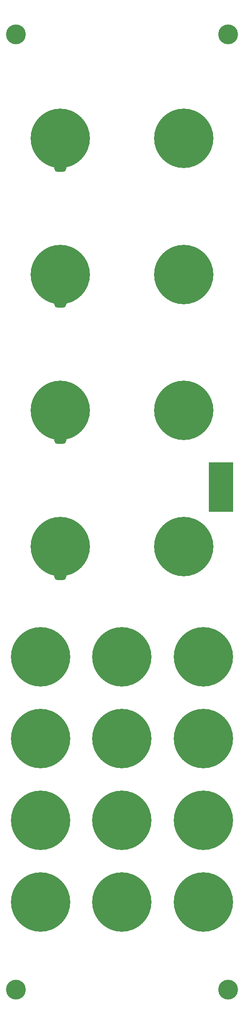
<source format=gbs>
%TF.GenerationSoftware,KiCad,Pcbnew,9.0.4*%
%TF.CreationDate,2025-10-04T20:18:46+02:00*%
%TF.ProjectId,DMH_VCA_Bank_PANEL,444d485f-5643-4415-9f42-616e6b5f5041,rev?*%
%TF.SameCoordinates,Original*%
%TF.FileFunction,Soldermask,Bot*%
%TF.FilePolarity,Negative*%
%FSLAX46Y46*%
G04 Gerber Fmt 4.6, Leading zero omitted, Abs format (unit mm)*
G04 Created by KiCad (PCBNEW 9.0.4) date 2025-10-04 20:18:46*
%MOMM*%
%LPD*%
G01*
G04 APERTURE LIST*
%ADD10C,0.500000*%
%ADD11C,12.000000*%
%ADD12C,4.000000*%
%ADD13O,2.500000X1.500000*%
%ADD14R,5.000000X10.000000*%
G04 APERTURE END LIST*
D10*
%TO.C,H14*%
X52800000Y-192250000D03*
X54460000Y-188220000D03*
X54470000Y-196290000D03*
X58500000Y-186550000D03*
D11*
X58500000Y-192250000D03*
D10*
X58500000Y-197950000D03*
X62530000Y-196290000D03*
X62540000Y-188220000D03*
X64200000Y-192250000D03*
%TD*%
D12*
%TO.C,H3*%
X53500000Y-226500000D03*
%TD*%
D10*
%TO.C,H23*%
X85800000Y-192250000D03*
X87460000Y-188220000D03*
X87470000Y-196290000D03*
X91500000Y-186550000D03*
D11*
X91500000Y-192250000D03*
D10*
X91500000Y-197950000D03*
X95530000Y-196290000D03*
X95540000Y-188220000D03*
X97200000Y-192250000D03*
%TD*%
%TO.C,H22*%
X69300000Y-208750000D03*
X70960000Y-204720000D03*
X70970000Y-212790000D03*
X75000000Y-203050000D03*
D11*
X75000000Y-208750000D03*
D10*
X75000000Y-214450000D03*
X79030000Y-212790000D03*
X79040000Y-204720000D03*
X80700000Y-208750000D03*
%TD*%
D11*
%TO.C,H5*%
X62500000Y-54500000D03*
D13*
X62500000Y-60500000D03*
%TD*%
D10*
%TO.C,H18*%
X69300000Y-192250000D03*
X70960000Y-188220000D03*
X70970000Y-196290000D03*
X75000000Y-186550000D03*
D11*
X75000000Y-192250000D03*
D10*
X75000000Y-197950000D03*
X79030000Y-196290000D03*
X79040000Y-188220000D03*
X80700000Y-192250000D03*
%TD*%
%TO.C,H9*%
X69300000Y-159250000D03*
X70960000Y-155220000D03*
X70970000Y-163290000D03*
X75000000Y-153550000D03*
D11*
X75000000Y-159250000D03*
D10*
X75000000Y-164950000D03*
X79030000Y-163290000D03*
X79040000Y-155220000D03*
X80700000Y-159250000D03*
%TD*%
D11*
%TO.C,H19*%
X62500000Y-137000000D03*
D13*
X62500000Y-143000000D03*
%TD*%
D10*
%TO.C,H11*%
X85800000Y-159250000D03*
X87460000Y-155220000D03*
X87470000Y-163290000D03*
X91500000Y-153550000D03*
D11*
X91500000Y-159250000D03*
D10*
X91500000Y-164950000D03*
X95530000Y-163290000D03*
X95540000Y-155220000D03*
X97200000Y-159250000D03*
%TD*%
%TO.C,H17*%
X69300000Y-175750000D03*
X70960000Y-171720000D03*
X70970000Y-179790000D03*
X75000000Y-170050000D03*
D11*
X75000000Y-175750000D03*
D10*
X75000000Y-181450000D03*
X79030000Y-179790000D03*
X79040000Y-171720000D03*
X80700000Y-175750000D03*
%TD*%
%TO.C,H21*%
X52800000Y-208750000D03*
X54460000Y-204720000D03*
X54470000Y-212790000D03*
X58500000Y-203050000D03*
D11*
X58500000Y-208750000D03*
D10*
X58500000Y-214450000D03*
X62530000Y-212790000D03*
X62540000Y-204720000D03*
X64200000Y-208750000D03*
%TD*%
%TO.C,H24*%
X85800000Y-208750000D03*
X87460000Y-204720000D03*
X87470000Y-212790000D03*
X91500000Y-203050000D03*
D11*
X91500000Y-208750000D03*
D10*
X91500000Y-214450000D03*
X95530000Y-212790000D03*
X95540000Y-204720000D03*
X97200000Y-208750000D03*
%TD*%
%TO.C,H15*%
X52800000Y-175750000D03*
X54460000Y-171720000D03*
X54470000Y-179790000D03*
X58500000Y-170050000D03*
D11*
X58500000Y-175750000D03*
D10*
X58500000Y-181450000D03*
X62530000Y-179790000D03*
X62540000Y-171720000D03*
X64200000Y-175750000D03*
%TD*%
D11*
%TO.C,H12*%
X62500000Y-82000000D03*
D13*
X62500000Y-88000000D03*
%TD*%
D11*
%TO.C,H7*%
X62500000Y-109500000D03*
D13*
X62500000Y-115500000D03*
%TD*%
D12*
%TO.C,H2*%
X96500000Y-33500000D03*
%TD*%
%TO.C,H4*%
X96500000Y-226500000D03*
%TD*%
D10*
%TO.C,H8*%
X52800000Y-159250000D03*
X54460000Y-155220000D03*
X54470000Y-163290000D03*
X58500000Y-153550000D03*
D11*
X58500000Y-159250000D03*
D10*
X58500000Y-164950000D03*
X62530000Y-163290000D03*
X62540000Y-155220000D03*
X64200000Y-159250000D03*
%TD*%
D11*
%TO.C,H20*%
X87500000Y-137000000D03*
%TD*%
%TO.C,H6*%
X87500000Y-54500000D03*
%TD*%
%TO.C,H13*%
X87500000Y-82000000D03*
%TD*%
D12*
%TO.C,H1*%
X53500000Y-33500000D03*
%TD*%
D11*
%TO.C,H10*%
X87500000Y-109500000D03*
%TD*%
D10*
%TO.C,H16*%
X85800000Y-175750000D03*
X87460000Y-171720000D03*
X87470000Y-179790000D03*
X91500000Y-170050000D03*
D11*
X91500000Y-175750000D03*
D10*
X91500000Y-181450000D03*
X95530000Y-179790000D03*
X95540000Y-171720000D03*
X97200000Y-175750000D03*
%TD*%
D14*
%TO.C,J0*%
X95000000Y-125000000D03*
%TD*%
M02*

</source>
